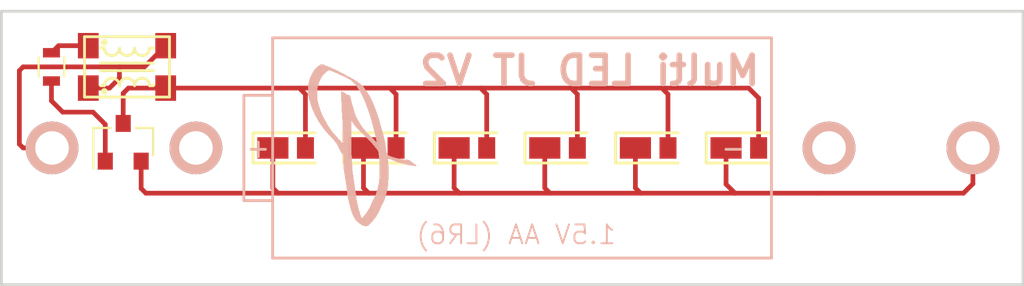
<source format=kicad_pcb>
(kicad_pcb (version 4) (host pcbnew 4.0.7)
  (layers (0 F.Cu signal) (31 B.Cu signal) (34 B.Paste user) (35 F.Paste user) (36 B.SilkS user) (37 F.SilkS user) (38 B.Mask user) (39 F.Mask user) (44 Edge.Cuts user))
  (net 0 "")
  (net 1 "Net-(BT1-Pad1)")
  (net 2 GND)
  (net 3 "Net-(D1-Pad2)")
  (net 4 "Net-(L1-Pad4)")
  (net 5 "Net-(Q1-Pad1)")
  (module AA_PCB-Clip (layer B.Cu) (at 195.85 112.9)
    (fp_text reference BT1 hide)
    (fp_text value Battery_Cell)
    (fp_text user - (at 28.448 0) (layer B.SilkS) (effects (justify mirror)))
    (fp_text user + (at 3.302 0) (layer B.SilkS) (effects (justify mirror)))
    (pad 1 thru_hole circle (at -7.62 0) (size 2.794 2.794) (drill 1.778) (layers *.Cu *.Mask B.SilkS) (net 1 "Net-(BT1-Pad1)"))
    (pad 1 thru_hole circle (at 0 0) (size 2.794 2.794) (drill 1.778) (layers *.Cu *.Mask B.SilkS))
    (pad 2 thru_hole circle (at 33.528 0) (size 2.794 2.794) (drill 1.778) (layers *.Cu *.Mask B.SilkS))
    (pad 2 thru_hole circle (at 41.148 0) (size 2.794 2.794) (drill 1.778) (layers *.Cu *.Mask B.SilkS) (net 2 GND))
  )
  (module lib_fp:LED_Luminus_MP-2016 (layer F.Cu) (at 224.975 112.9)
    (fp_text reference D1 hide)
    (fp_text value LED)
    (pad 1 smd rect (at -1.05 0) (size 1.65 1.14) (layers F.Cu F.Paste F.Mask) (net 2 GND))
    (pad 2 smd rect (at 0.675 0) (size 0.9 1.14) (layers F.Cu F.Paste F.Mask) (net 3 "Net-(D1-Pad2)"))
  )
  (module lib_fp:LED_Luminus_MP-2016 (layer F.Cu) (at 220.175 112.9)
    (fp_text reference D2 hide)
    (fp_text value LED)
    (pad 1 smd rect (at -1.05 0) (size 1.65 1.14) (layers F.Cu F.Paste F.Mask) (net 2 GND))
    (pad 2 smd rect (at 0.675 0) (size 0.9 1.14) (layers F.Cu F.Paste F.Mask) (net 3 "Net-(D1-Pad2)"))
  )
  (module lib_fp:LED_Luminus_MP-2016 (layer F.Cu) (at 215.375 112.9)
    (fp_text reference D3 hide)
    (fp_text value LED)
    (pad 1 smd rect (at -1.05 0) (size 1.65 1.14) (layers F.Cu F.Paste F.Mask) (net 2 GND))
    (pad 2 smd rect (at 0.675 0) (size 0.9 1.14) (layers F.Cu F.Paste F.Mask) (net 3 "Net-(D1-Pad2)"))
  )
  (module lib_fp:LED_Luminus_MP-2016 (layer F.Cu) (at 210.575 112.9)
    (fp_text reference D4 hide)
    (fp_text value LED)
    (pad 1 smd rect (at -1.05 0) (size 1.65 1.14) (layers F.Cu F.Paste F.Mask) (net 2 GND))
    (pad 2 smd rect (at 0.675 0) (size 0.9 1.14) (layers F.Cu F.Paste F.Mask) (net 3 "Net-(D1-Pad2)"))
  )
  (module lib_fp:LED_Luminus_MP-2016 (layer F.Cu) (at 205.775 112.9)
    (fp_text reference D5 hide)
    (fp_text value LED)
    (pad 1 smd rect (at -1.05 0) (size 1.65 1.14) (layers F.Cu F.Paste F.Mask) (net 2 GND))
    (pad 2 smd rect (at 0.675 0) (size 0.9 1.14) (layers F.Cu F.Paste F.Mask) (net 3 "Net-(D1-Pad2)"))
  )
  (module lib_fp:LED_Luminus_MP-2016 (layer F.Cu) (at 200.975 112.9)
    (fp_text reference D6 hide)
    (fp_text value LED)
    (pad 1 smd rect (at -1.05 0) (size 1.65 1.14) (layers F.Cu F.Paste F.Mask) (net 2 GND))
    (pad 2 smd rect (at 0.675 0) (size 0.9 1.14) (layers F.Cu F.Paste F.Mask) (net 3 "Net-(D1-Pad2)"))
  )
  (module lib_fp:SRF4532-510Y (layer F.Cu) (at 192.2 108.6)
    (fp_text reference L1 hide)
    (fp_text value SRF4532-510Y)
    (pad 1 smd rect (at -2.05 1.125) (size 1.1 1.35) (layers F.Cu F.Paste F.Mask) (net 1 "Net-(BT1-Pad1)"))
    (pad 2 smd rect (at 2.05 1.125) (size 1.1 1.35) (layers F.Cu F.Paste F.Mask) (net 3 "Net-(D1-Pad2)"))
    (pad 3 smd rect (at 2.05 -1.125) (size 1.1 1.35) (layers F.Cu F.Paste F.Mask) (net 1 "Net-(BT1-Pad1)"))
    (pad 4 smd rect (at -2.05 -1.125) (size 1.1 1.35) (layers F.Cu F.Paste F.Mask) (net 4 "Net-(L1-Pad4)"))
  )
  (module TO_SOT_Packages_SMD:SOT-23 (layer F.Cu) (at 192 112.6 90)
    (fp_text reference Q1 hide)
    (fp_text value BC817-25)
    (pad 1 smd rect (at -1 -0.95 90) (size 0.9 0.8) (layers F.Cu F.Paste F.Mask) (net 5 "Net-(Q1-Pad1)"))
    (pad 2 smd rect (at -1 0.95 90) (size 0.9 0.8) (layers F.Cu F.Paste F.Mask) (net 2 GND))
    (pad 3 smd rect (at 1 0 90) (size 0.9 0.8) (layers F.Cu F.Paste F.Mask) (net 3 "Net-(D1-Pad2)"))
  )
  (module Resistors_SMD:R_0603 (layer F.Cu) (at 188.2 108.6 270)
    (fp_text reference R1 hide)
    (fp_text value 6.8K)
    (pad 1 smd rect (at -0.75 0 270) (size 0.5 0.9) (layers F.Cu F.Paste F.Mask) (net 4 "Net-(L1-Pad4)"))
    (pad 2 smd rect (at 0.75 0 270) (size 0.5 0.9) (layers F.Cu F.Paste F.Mask) (net 5 "Net-(Q1-Pad1)"))
  )
  (module lib_fp:P-Logo_Small (layer B.Cu) (at 207.8 108.4 180)
    (fp_text reference LOGO hide)
    (fp_text value "" (at 0 0 180) (layer B.SilkS) (effects (justify mirror)))
  )
  (gr_text "1.5V AA (LR6)" (at 212.8 117.5) (layer B.SilkS) (effects (font (size 1 1) (thickness 0.1)) (justify mirror)))
  (gr_text "Multi LED JT V2" (at 216.7 108.8) (layer B.SilkS) (effects (font (size 1.5 1.5) (thickness 0.3)) (justify mirror)))
  (gr_line (start 185.55 120.15) (end 185.55 105.65) (angle 90) (layer Edge.Cuts) (width 0.15))
  (gr_line (start 239.65 120.15) (end 185.55 120.15) (angle 90) (layer Edge.Cuts) (width 0.15))
  (gr_line (start 239.65 105.65) (end 239.65 120.15) (angle 90) (layer Edge.Cuts) (width 0.15))
  (gr_line (start 185.55 105.65) (end 239.65 105.65) (angle 90) (layer Edge.Cuts) (width 0.15))
  (segment (start 190.15 109.725) (end 191.275 109.725) (width 0.25) (layer F.Cu) (net 1))
  (segment (start 191.8 109.2) (end 191.8 108.6) (width 0.25) (layer F.Cu) (net 1))
  (segment (start 191.275 109.725) (end 191.8 109.2) (width 0.25) (layer F.Cu) (net 1))
  (segment (start 188.23 112.9) (end 186.7 112.9) (width 0.25) (layer F.Cu) (net 1))
  (segment (start 193.125 108.6) (end 194.25 107.475) (width 0.25) (layer F.Cu) (net 1))
  (segment (start 186.7 108.6) (end 191.8 108.6) (width 0.25) (layer F.Cu) (net 1))
  (segment (start 191.8 108.6) (end 193.125 108.6) (width 0.25) (layer F.Cu) (net 1))
  (segment (start 186.5 108.8) (end 186.7 108.6) (width 0.25) (layer F.Cu) (net 1))
  (segment (start 186.5 112.7) (end 186.5 108.8) (width 0.25) (layer F.Cu) (net 1))
  (segment (start 186.7 112.9) (end 186.5 112.7) (width 0.25) (layer F.Cu) (net 1))
  (segment (start 200.2 115.3) (end 193.2 115.3) (width 0.25) (layer F.Cu) (net 2))
  (segment (start 192.95 115.05) (end 192.95 113.6) (width 0.25) (layer F.Cu) (net 2))
  (segment (start 193.2 115.3) (end 192.95 115.05) (width 0.25) (layer F.Cu) (net 2))
  (segment (start 205 115.3) (end 200.2 115.3) (width 0.25) (layer F.Cu) (net 2))
  (segment (start 199.925 115.025) (end 199.925 112.9) (width 0.25) (layer F.Cu) (net 2))
  (segment (start 200.2 115.3) (end 199.925 115.025) (width 0.25) (layer F.Cu) (net 2))
  (segment (start 209.8 115.3) (end 205 115.3) (width 0.25) (layer F.Cu) (net 2))
  (segment (start 204.725 115.025) (end 204.725 112.9) (width 0.25) (layer F.Cu) (net 2))
  (segment (start 205 115.3) (end 204.725 115.025) (width 0.25) (layer F.Cu) (net 2))
  (segment (start 214.6 115.3) (end 209.8 115.3) (width 0.25) (layer F.Cu) (net 2))
  (segment (start 209.525 115.025) (end 209.525 112.9) (width 0.25) (layer F.Cu) (net 2))
  (segment (start 209.8 115.3) (end 209.525 115.025) (width 0.25) (layer F.Cu) (net 2))
  (segment (start 219.4 115.3) (end 214.6 115.3) (width 0.25) (layer F.Cu) (net 2))
  (segment (start 214.325 115.025) (end 214.325 112.9) (width 0.25) (layer F.Cu) (net 2))
  (segment (start 214.6 115.3) (end 214.325 115.025) (width 0.25) (layer F.Cu) (net 2))
  (segment (start 224.4 115.3) (end 219.4 115.3) (width 0.25) (layer F.Cu) (net 2))
  (segment (start 219.125 115.025) (end 219.125 112.9) (width 0.25) (layer F.Cu) (net 2))
  (segment (start 219.4 115.3) (end 219.125 115.025) (width 0.25) (layer F.Cu) (net 2))
  (segment (start 236.998 112.9) (end 236.998 114.802) (width 0.25) (layer F.Cu) (net 2))
  (segment (start 223.925 114.825) (end 223.925 112.9) (width 0.25) (layer F.Cu) (net 2))
  (segment (start 224.4 115.3) (end 223.925 114.825) (width 0.25) (layer F.Cu) (net 2))
  (segment (start 236.5 115.3) (end 228.8 115.3) (width 0.25) (layer F.Cu) (net 2))
  (segment (start 228.8 115.3) (end 224.4 115.3) (width 0.25) (layer F.Cu) (net 2))
  (segment (start 236.998 114.802) (end 236.5 115.3) (width 0.25) (layer F.Cu) (net 2))
  (segment (start 220.525 109.725) (end 225.125 109.725) (width 0.25) (layer F.Cu) (net 3))
  (segment (start 225.65 110.25) (end 225.65 112.9) (width 0.25) (layer F.Cu) (net 3))
  (segment (start 225.125 109.725) (end 225.65 110.25) (width 0.25) (layer F.Cu) (net 3))
  (segment (start 215.725 109.725) (end 220.525 109.725) (width 0.25) (layer F.Cu) (net 3))
  (segment (start 220.85 110.05) (end 220.85 112.9) (width 0.25) (layer F.Cu) (net 3))
  (segment (start 220.525 109.725) (end 220.85 110.05) (width 0.25) (layer F.Cu) (net 3))
  (segment (start 210.925 109.725) (end 215.725 109.725) (width 0.25) (layer F.Cu) (net 3))
  (segment (start 216.05 110.05) (end 216.05 112.9) (width 0.25) (layer F.Cu) (net 3))
  (segment (start 215.725 109.725) (end 216.05 110.05) (width 0.25) (layer F.Cu) (net 3))
  (segment (start 206.125 109.725) (end 210.925 109.725) (width 0.25) (layer F.Cu) (net 3))
  (segment (start 211.25 110.05) (end 211.25 112.9) (width 0.25) (layer F.Cu) (net 3))
  (segment (start 210.925 109.725) (end 211.25 110.05) (width 0.25) (layer F.Cu) (net 3))
  (segment (start 201.325 109.725) (end 206.125 109.725) (width 0.25) (layer F.Cu) (net 3))
  (segment (start 206.45 110.05) (end 206.45 112.9) (width 0.25) (layer F.Cu) (net 3))
  (segment (start 206.125 109.725) (end 206.45 110.05) (width 0.25) (layer F.Cu) (net 3))
  (segment (start 194.25 109.725) (end 201.325 109.725) (width 0.25) (layer F.Cu) (net 3))
  (segment (start 201.65 110.05) (end 201.65 112.9) (width 0.25) (layer F.Cu) (net 3))
  (segment (start 201.325 109.725) (end 201.65 110.05) (width 0.25) (layer F.Cu) (net 3))
  (segment (start 192 111.6) (end 192 110) (width 0.25) (layer F.Cu) (net 3))
  (segment (start 192.275 109.725) (end 194.25 109.725) (width 0.25) (layer F.Cu) (net 3))
  (segment (start 192 110) (end 192.275 109.725) (width 0.25) (layer F.Cu) (net 3))
  (segment (start 190.15 107.475) (end 188.575 107.475) (width 0.25) (layer F.Cu) (net 4))
  (segment (start 188.575 107.475) (end 188.2 107.85) (width 0.25) (layer F.Cu) (net 4))
  (segment (start 191.05 113.6) (end 191.05 111.65) (width 0.25) (layer F.Cu) (net 5))
  (segment (start 188.2 110.4) (end 188.2 109.35) (width 0.25) (layer F.Cu) (net 5))
  (segment (start 188.8 111) (end 188.2 110.4) (width 0.25) (layer F.Cu) (net 5))
  (segment (start 190.4 111) (end 188.8 111) (width 0.25) (layer F.Cu) (net 5))
  (segment (start 191.05 111.65) (end 190.4 111) (width 0.25) (layer F.Cu) (net 5))
)
</source>
